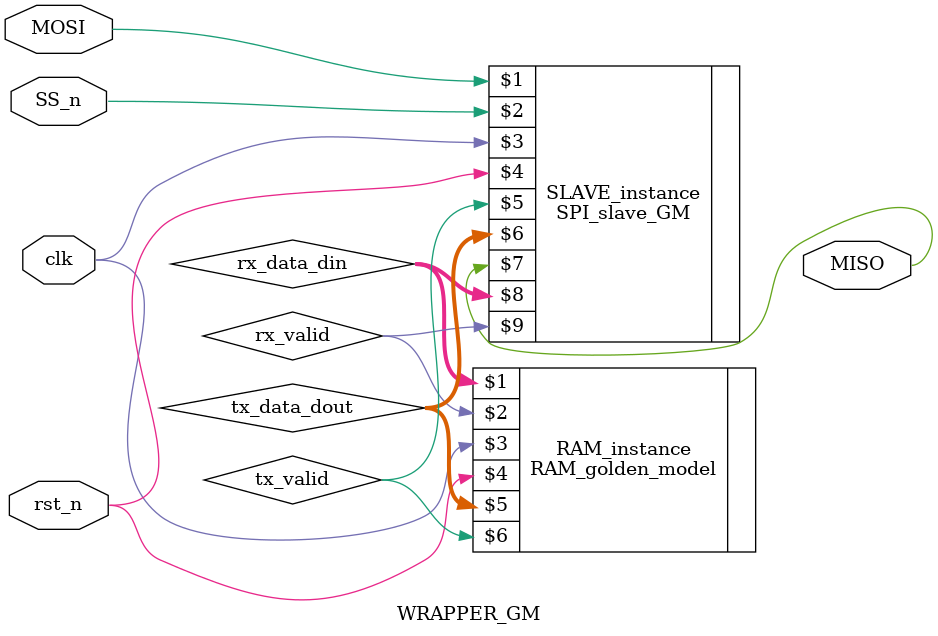
<source format=v>
module WRAPPER_GM (MOSI,MISO,SS_n,clk,rst_n);

input  MOSI, SS_n, clk, rst_n;
output MISO;

wire [9:0] rx_data_din;
wire       rx_valid;
wire       tx_valid;
wire [7:0] tx_data_dout;

RAM_golden_model   RAM_instance   (rx_data_din, rx_valid, clk, rst_n, tx_data_dout, tx_valid);
SPI_slave_GM SLAVE_instance (MOSI, SS_n, clk, rst_n, tx_valid, tx_data_dout, MISO,rx_data_din,rx_valid);

endmodule
</source>
